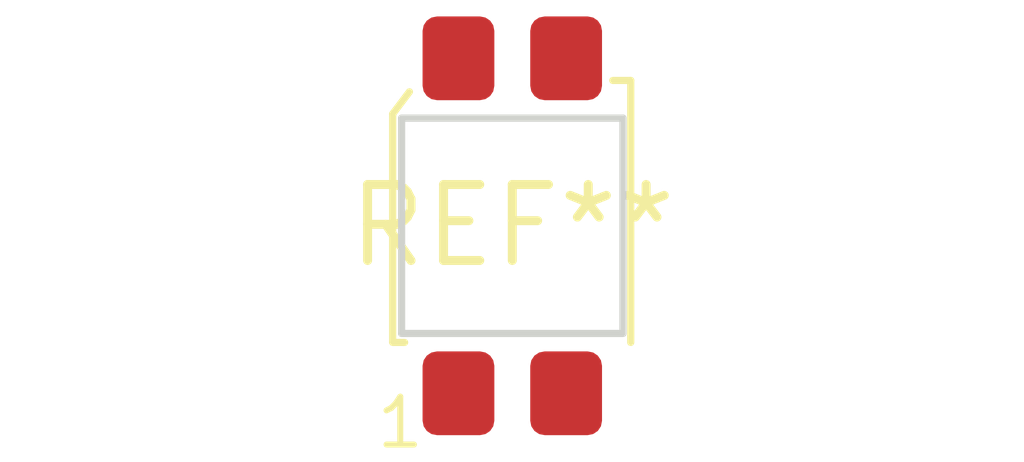
<source format=kicad_pcb>
(kicad_pcb (version 20240108) (generator pcbnew)
  (layers (0 "F.Cu" signal) (31 "B.Cu" signal) (34 "B.Paste" user) (35 "F.Paste" user) (36 "B.SilkS" user "B.Silkscreen") (37 "F.SilkS" user "F.Silkscreen") (38 "B.Mask" user) (39 "F.Mask" user) (44 "Edge.Cuts" user))
  (net 0 "")
  (footprint "Everlight_ITR8307" (layer "F.Cu") (at 0 0)
    (property "Reference" "REF**")
    (property "Value" "Everlight_ITR8307")
    (fp_line (start -2 -1.87) (end -2 1.94) (layer "F.SilkS") (stroke (width 0.12)))
    (fp_line (start -2 1.95) (end -1.8 1.95) (layer "F.SilkS") (stroke (width 0.12)))
    (fp_line (start -1.72 -2.24) (end -2 -1.87) (layer "F.SilkS") (stroke (width 0.12)))
    (fp_line (start 1.98 -2.43) (end 1.68 -2.43) (layer "F.SilkS") (stroke (width 0.12)))
    (fp_line (start 1.98 -2.43) (end 1.98 1.95) (layer "F.SilkS") (stroke (width 0.12)))
    (fp_line (start -1.85 -1.8) (end 1.85 -1.8) (layer "Edge.Cuts") (stroke (width 0.12)))
    (fp_line (start -1.85 1.8) (end -1.85 -1.8) (layer "Edge.Cuts") (stroke (width 0.12)))
    (fp_line (start 1.85 -1.8) (end 1.85 1.8) (layer "Edge.Cuts") (stroke (width 0.12)))
    (fp_line (start 1.85 1.8) (end -1.85 1.8) (layer "Edge.Cuts") (stroke (width 0.12)))
    (fp_text user "1" (at -2.32 3.76 0) (layer "F.SilkS") (effects (font (size 0.8 0.8) (thickness 0.1)) (justify left bottom)))
    (pad "1" smd roundrect (at -0.9 2.8) (size 1.2 1.4) (layers "F.Cu" "F.Paste" "F.Mask") (roundrect_rratio 0.2))
    (pad "2" smd roundrect (at -0.9 -2.8) (size 1.2 1.4) (layers "F.Cu" "F.Paste" "F.Mask") (roundrect_rratio 0.2))
    (pad "3" smd roundrect (at 0.9 2.8) (size 1.2 1.4) (layers "F.Cu" "F.Paste" "F.Mask") (roundrect_rratio 0.2))
    (pad "4" smd roundrect (at 0.9 -2.8) (size 1.2 1.4) (layers "F.Cu" "F.Paste" "F.Mask") (roundrect_rratio 0.2))
  )
)
</source>
